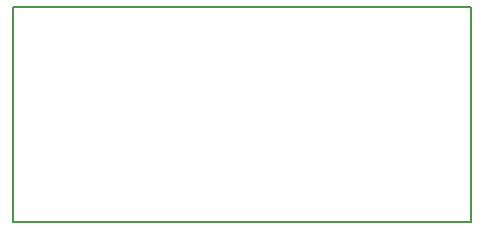
<source format=gbo>
G04 MADE WITH FRITZING*
G04 WWW.FRITZING.ORG*
G04 SINGLE SIDED*
G04 HOLES NOT PLATED*
G04 CONTOUR ON CENTER OF CONTOUR VECTOR*
%ASAXBY*%
%FSLAX23Y23*%
%MOIN*%
%OFA0B0*%
%SFA1.0B1.0*%
%ADD10R,1.536070X0.727472X1.520070X0.711472*%
%ADD11C,0.008000*%
%LNSILK0*%
G90*
G70*
G54D11*
X4Y723D02*
X1532Y723D01*
X1532Y4D01*
X4Y4D01*
X4Y723D01*
D02*
G04 End of Silk0*
M02*
</source>
